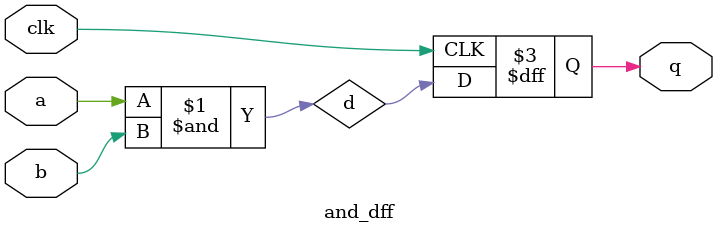
<source format=v>
`timescale 1ns / 1ps


module and_dff (
    input wire clk,     // Clock signal
    input wire a,       // Input A to AND gate
    input wire b,       // Input B to AND gate
    output reg q        // Output from D flip-flop
);

    wire d;             // D input to flip-flop

    // AND gate output
    assign d = a & b;

    // D Flip-Flop: stores AND result on rising edge of clock
    always @(posedge clk) begin
        q <= d;
    end

endmodule


</source>
